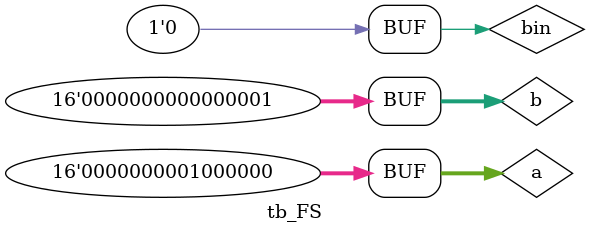
<source format=v>
`timescale 1ns / 1ps


module tb_FS();

    reg  [15:0] a;
    reg  [15:0] b;
    reg  bin;
    wire [15:0] diff;
    wire bout;

    FS_16bit UUT
        (
         .a    ( a    ),
         .b    ( b    ), 
         .bin  ( bin  ),
         .diff ( diff ),
         .bout ( bout )
        );
    
    initial
    begin
        bin     = 1;
    #10 a[15:0] = 0;
        b[15:0] = 0;
    
    #10 a = 16'h0001; // 0001-00f0-0001 = ff10
        b = 16'h00f0; 
        
    #10 a = 16'h0002; // 0002-1000-0001 = F001
        b = 16'h1000; 
     
    #10 a = 16'h0003; // 0003-0030-0001 = FFD2
        b = 16'h0030;
                    
    #10 a = 16'h0040; // 0040-0001-0001 = 003E
        b = 16'h0001;

    //-----------------------
    #10 bin     = 0;
    #10 a[15:0] = 0;
        b[15:0] = 0;
   
    #10 a = 16'h0001; // 0001-00f0 = FF11
        b = 16'h00f0;
        
    #10 a = 16'h0002; // 0002-1000 = F002
        b = 16'h1000;
     
    #10 a = 16'h0003; // 0003-0030 = FFD3
        b = 16'h0030;
                    
    #10 a = 16'h0040; // 0040-0001 = 003F
        b = 16'h0001;                      
    end
    
endmodule


















</source>
